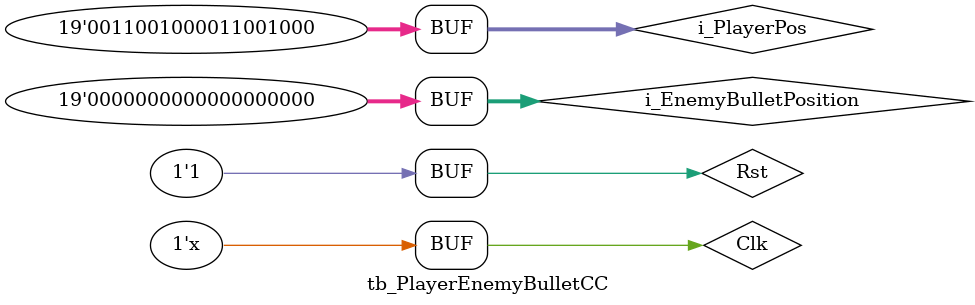
<source format=v>
module tb_PlayerEnemyBulletCC;
    reg Clk, Rst;

    reg [18:0] i_PlayerPos;
    reg [18:0] i_EnemyBulletPosition;
    
    wire o_IsCollision;

    PlayerEnemyBulletCC U0(i_PlayerPos, i_EnemyBulletPosition, o_IsCollision);

    always	#10	Clk = ~Clk;

	initial begin
		Clk = 0; Rst = 1;
        i_PlayerPos = 0;
        i_EnemyBulletPosition = 0;

		#100 Rst = 0; #10 Rst = 1;

        i_PlayerPos = {10'd200, 9'd200};
	end
        
endmodule
</source>
